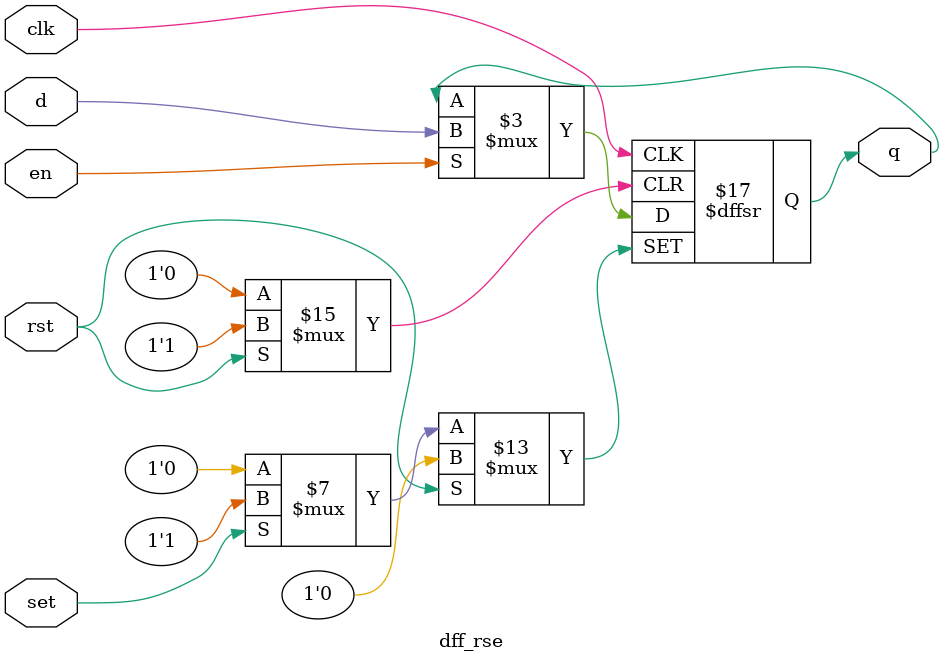
<source format=v>
module dff_rse(d, clk, set, rst, en, q);
	input d;
	input clk;
	input set;
	input rst;
	input en;
	output reg q;

	always @(posedge clk or posedge set or posedge rst ) begin
		if (set)
			q <= 1'b1; // установка в 1
		else begin
			if (rst) q <= 1'b0; // сброс в 0
			else begin
				if (en) q <= d; // запись
				else q <= q; // хранение
			end
		end
	end
	
endmodule

</source>
